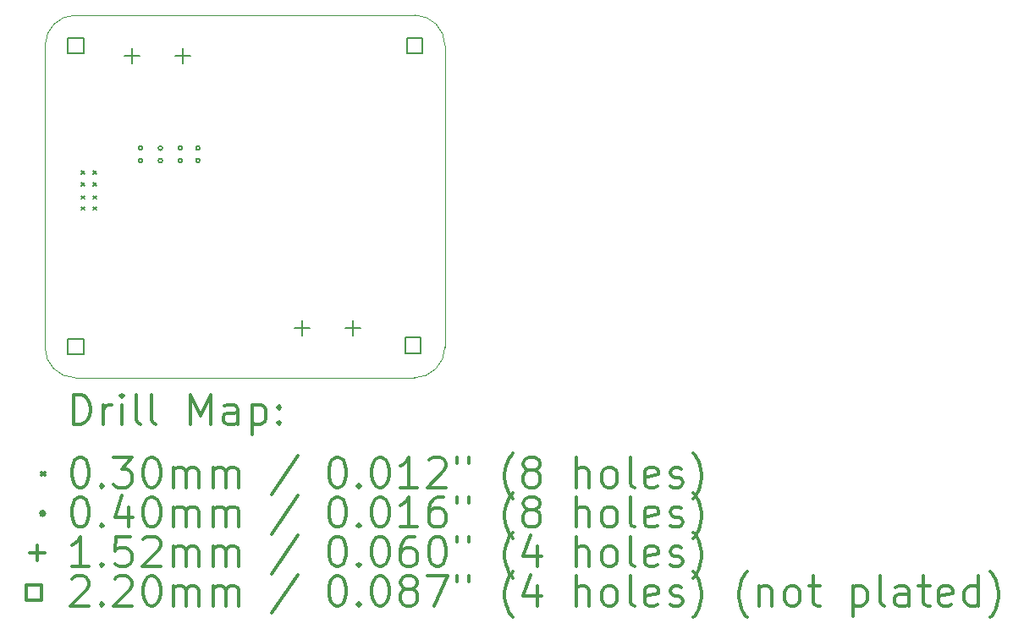
<source format=gbr>
%FSLAX45Y45*%
G04 Gerber Fmt 4.5, Leading zero omitted, Abs format (unit mm)*
G04 Created by KiCad (PCBNEW (5.1.5)-3) date 2020-11-29 18:49:34*
%MOMM*%
%LPD*%
G04 APERTURE LIST*
%TA.AperFunction,Profile*%
%ADD10C,0.050000*%
%TD*%
%ADD11C,0.200000*%
%ADD12C,0.300000*%
G04 APERTURE END LIST*
D10*
X23368000Y-6692900D02*
G75*
G02X23672800Y-6997700I0J-304800D01*
G01*
X23670700Y-10020200D02*
X23672800Y-6997700D01*
X23365900Y-10325000D02*
X19975000Y-10325000D01*
X19977100Y-6692900D02*
X23368000Y-6692900D01*
X23670700Y-10020200D02*
G75*
G02X23365900Y-10325000I-304800J0D01*
G01*
X19670200Y-10020200D02*
X19672300Y-6997700D01*
X19975000Y-10325000D02*
G75*
G02X19670200Y-10020200I0J304800D01*
G01*
X19672300Y-6997700D02*
G75*
G02X19977100Y-6692900I304800J0D01*
G01*
D11*
X20035500Y-8253500D02*
X20065500Y-8283500D01*
X20065500Y-8253500D02*
X20035500Y-8283500D01*
X20035500Y-8373500D02*
X20065500Y-8403500D01*
X20065500Y-8373500D02*
X20035500Y-8403500D01*
X20035500Y-8503500D02*
X20065500Y-8533500D01*
X20065500Y-8503500D02*
X20035500Y-8533500D01*
X20035500Y-8613500D02*
X20065500Y-8643500D01*
X20065500Y-8613500D02*
X20035500Y-8643500D01*
X20155500Y-8253500D02*
X20185500Y-8283500D01*
X20185500Y-8253500D02*
X20155500Y-8283500D01*
X20155500Y-8373500D02*
X20185500Y-8403500D01*
X20185500Y-8373500D02*
X20155500Y-8403500D01*
X20155500Y-8503500D02*
X20185500Y-8533500D01*
X20185500Y-8503500D02*
X20155500Y-8533500D01*
X20155500Y-8613500D02*
X20185500Y-8643500D01*
X20185500Y-8613500D02*
X20155500Y-8643500D01*
X20645000Y-8025000D02*
G75*
G03X20645000Y-8025000I-20000J0D01*
G01*
X20645000Y-8150000D02*
G75*
G03X20645000Y-8150000I-20000J0D01*
G01*
X20845000Y-8025000D02*
G75*
G03X20845000Y-8025000I-20000J0D01*
G01*
X20845000Y-8150000D02*
G75*
G03X20845000Y-8150000I-20000J0D01*
G01*
X21045000Y-8025000D02*
G75*
G03X21045000Y-8025000I-20000J0D01*
G01*
X21045000Y-8150000D02*
G75*
G03X21045000Y-8150000I-20000J0D01*
G01*
X21220000Y-8025000D02*
G75*
G03X21220000Y-8025000I-20000J0D01*
G01*
X21220000Y-8150000D02*
G75*
G03X21220000Y-8150000I-20000J0D01*
G01*
X22242000Y-9749000D02*
X22242000Y-9901000D01*
X22166000Y-9825000D02*
X22318000Y-9825000D01*
X22750000Y-9749000D02*
X22750000Y-9901000D01*
X22674000Y-9825000D02*
X22826000Y-9825000D01*
X20542000Y-7024000D02*
X20542000Y-7176000D01*
X20466000Y-7100000D02*
X20618000Y-7100000D01*
X21050000Y-7024000D02*
X21050000Y-7176000D01*
X20974000Y-7100000D02*
X21126000Y-7100000D01*
X20054883Y-7075482D02*
X20054883Y-6919917D01*
X19899318Y-6919917D01*
X19899318Y-7075482D01*
X20054883Y-7075482D01*
X20054883Y-10092083D02*
X20054883Y-9936518D01*
X19899318Y-9936518D01*
X19899318Y-10092083D01*
X20054883Y-10092083D01*
X23427782Y-10077783D02*
X23427782Y-9922218D01*
X23272217Y-9922218D01*
X23272217Y-10077783D01*
X23427782Y-10077783D01*
X23445782Y-7075482D02*
X23445782Y-6919917D01*
X23290217Y-6919917D01*
X23290217Y-7075482D01*
X23445782Y-7075482D01*
D12*
X19954128Y-10793214D02*
X19954128Y-10493214D01*
X20025557Y-10493214D01*
X20068414Y-10507500D01*
X20096986Y-10536072D01*
X20111271Y-10564643D01*
X20125557Y-10621786D01*
X20125557Y-10664643D01*
X20111271Y-10721786D01*
X20096986Y-10750357D01*
X20068414Y-10778929D01*
X20025557Y-10793214D01*
X19954128Y-10793214D01*
X20254128Y-10793214D02*
X20254128Y-10593214D01*
X20254128Y-10650357D02*
X20268414Y-10621786D01*
X20282700Y-10607500D01*
X20311271Y-10593214D01*
X20339843Y-10593214D01*
X20439843Y-10793214D02*
X20439843Y-10593214D01*
X20439843Y-10493214D02*
X20425557Y-10507500D01*
X20439843Y-10521786D01*
X20454128Y-10507500D01*
X20439843Y-10493214D01*
X20439843Y-10521786D01*
X20625557Y-10793214D02*
X20596986Y-10778929D01*
X20582700Y-10750357D01*
X20582700Y-10493214D01*
X20782700Y-10793214D02*
X20754128Y-10778929D01*
X20739843Y-10750357D01*
X20739843Y-10493214D01*
X21125557Y-10793214D02*
X21125557Y-10493214D01*
X21225557Y-10707500D01*
X21325557Y-10493214D01*
X21325557Y-10793214D01*
X21596986Y-10793214D02*
X21596986Y-10636072D01*
X21582700Y-10607500D01*
X21554128Y-10593214D01*
X21496986Y-10593214D01*
X21468414Y-10607500D01*
X21596986Y-10778929D02*
X21568414Y-10793214D01*
X21496986Y-10793214D01*
X21468414Y-10778929D01*
X21454128Y-10750357D01*
X21454128Y-10721786D01*
X21468414Y-10693214D01*
X21496986Y-10678929D01*
X21568414Y-10678929D01*
X21596986Y-10664643D01*
X21739843Y-10593214D02*
X21739843Y-10893214D01*
X21739843Y-10607500D02*
X21768414Y-10593214D01*
X21825557Y-10593214D01*
X21854128Y-10607500D01*
X21868414Y-10621786D01*
X21882700Y-10650357D01*
X21882700Y-10736072D01*
X21868414Y-10764643D01*
X21854128Y-10778929D01*
X21825557Y-10793214D01*
X21768414Y-10793214D01*
X21739843Y-10778929D01*
X22011271Y-10764643D02*
X22025557Y-10778929D01*
X22011271Y-10793214D01*
X21996986Y-10778929D01*
X22011271Y-10764643D01*
X22011271Y-10793214D01*
X22011271Y-10607500D02*
X22025557Y-10621786D01*
X22011271Y-10636072D01*
X21996986Y-10621786D01*
X22011271Y-10607500D01*
X22011271Y-10636072D01*
X19637700Y-11272500D02*
X19667700Y-11302500D01*
X19667700Y-11272500D02*
X19637700Y-11302500D01*
X20011271Y-11123214D02*
X20039843Y-11123214D01*
X20068414Y-11137500D01*
X20082700Y-11151786D01*
X20096986Y-11180357D01*
X20111271Y-11237500D01*
X20111271Y-11308929D01*
X20096986Y-11366071D01*
X20082700Y-11394643D01*
X20068414Y-11408929D01*
X20039843Y-11423214D01*
X20011271Y-11423214D01*
X19982700Y-11408929D01*
X19968414Y-11394643D01*
X19954128Y-11366071D01*
X19939843Y-11308929D01*
X19939843Y-11237500D01*
X19954128Y-11180357D01*
X19968414Y-11151786D01*
X19982700Y-11137500D01*
X20011271Y-11123214D01*
X20239843Y-11394643D02*
X20254128Y-11408929D01*
X20239843Y-11423214D01*
X20225557Y-11408929D01*
X20239843Y-11394643D01*
X20239843Y-11423214D01*
X20354128Y-11123214D02*
X20539843Y-11123214D01*
X20439843Y-11237500D01*
X20482700Y-11237500D01*
X20511271Y-11251786D01*
X20525557Y-11266071D01*
X20539843Y-11294643D01*
X20539843Y-11366071D01*
X20525557Y-11394643D01*
X20511271Y-11408929D01*
X20482700Y-11423214D01*
X20396986Y-11423214D01*
X20368414Y-11408929D01*
X20354128Y-11394643D01*
X20725557Y-11123214D02*
X20754128Y-11123214D01*
X20782700Y-11137500D01*
X20796986Y-11151786D01*
X20811271Y-11180357D01*
X20825557Y-11237500D01*
X20825557Y-11308929D01*
X20811271Y-11366071D01*
X20796986Y-11394643D01*
X20782700Y-11408929D01*
X20754128Y-11423214D01*
X20725557Y-11423214D01*
X20696986Y-11408929D01*
X20682700Y-11394643D01*
X20668414Y-11366071D01*
X20654128Y-11308929D01*
X20654128Y-11237500D01*
X20668414Y-11180357D01*
X20682700Y-11151786D01*
X20696986Y-11137500D01*
X20725557Y-11123214D01*
X20954128Y-11423214D02*
X20954128Y-11223214D01*
X20954128Y-11251786D02*
X20968414Y-11237500D01*
X20996986Y-11223214D01*
X21039843Y-11223214D01*
X21068414Y-11237500D01*
X21082700Y-11266071D01*
X21082700Y-11423214D01*
X21082700Y-11266071D02*
X21096986Y-11237500D01*
X21125557Y-11223214D01*
X21168414Y-11223214D01*
X21196986Y-11237500D01*
X21211271Y-11266071D01*
X21211271Y-11423214D01*
X21354128Y-11423214D02*
X21354128Y-11223214D01*
X21354128Y-11251786D02*
X21368414Y-11237500D01*
X21396986Y-11223214D01*
X21439843Y-11223214D01*
X21468414Y-11237500D01*
X21482700Y-11266071D01*
X21482700Y-11423214D01*
X21482700Y-11266071D02*
X21496986Y-11237500D01*
X21525557Y-11223214D01*
X21568414Y-11223214D01*
X21596986Y-11237500D01*
X21611271Y-11266071D01*
X21611271Y-11423214D01*
X22196986Y-11108929D02*
X21939843Y-11494643D01*
X22582700Y-11123214D02*
X22611271Y-11123214D01*
X22639843Y-11137500D01*
X22654128Y-11151786D01*
X22668414Y-11180357D01*
X22682700Y-11237500D01*
X22682700Y-11308929D01*
X22668414Y-11366071D01*
X22654128Y-11394643D01*
X22639843Y-11408929D01*
X22611271Y-11423214D01*
X22582700Y-11423214D01*
X22554128Y-11408929D01*
X22539843Y-11394643D01*
X22525557Y-11366071D01*
X22511271Y-11308929D01*
X22511271Y-11237500D01*
X22525557Y-11180357D01*
X22539843Y-11151786D01*
X22554128Y-11137500D01*
X22582700Y-11123214D01*
X22811271Y-11394643D02*
X22825557Y-11408929D01*
X22811271Y-11423214D01*
X22796986Y-11408929D01*
X22811271Y-11394643D01*
X22811271Y-11423214D01*
X23011271Y-11123214D02*
X23039843Y-11123214D01*
X23068414Y-11137500D01*
X23082700Y-11151786D01*
X23096986Y-11180357D01*
X23111271Y-11237500D01*
X23111271Y-11308929D01*
X23096986Y-11366071D01*
X23082700Y-11394643D01*
X23068414Y-11408929D01*
X23039843Y-11423214D01*
X23011271Y-11423214D01*
X22982700Y-11408929D01*
X22968414Y-11394643D01*
X22954128Y-11366071D01*
X22939843Y-11308929D01*
X22939843Y-11237500D01*
X22954128Y-11180357D01*
X22968414Y-11151786D01*
X22982700Y-11137500D01*
X23011271Y-11123214D01*
X23396986Y-11423214D02*
X23225557Y-11423214D01*
X23311271Y-11423214D02*
X23311271Y-11123214D01*
X23282700Y-11166072D01*
X23254128Y-11194643D01*
X23225557Y-11208929D01*
X23511271Y-11151786D02*
X23525557Y-11137500D01*
X23554128Y-11123214D01*
X23625557Y-11123214D01*
X23654128Y-11137500D01*
X23668414Y-11151786D01*
X23682700Y-11180357D01*
X23682700Y-11208929D01*
X23668414Y-11251786D01*
X23496986Y-11423214D01*
X23682700Y-11423214D01*
X23796986Y-11123214D02*
X23796986Y-11180357D01*
X23911271Y-11123214D02*
X23911271Y-11180357D01*
X24354128Y-11537500D02*
X24339843Y-11523214D01*
X24311271Y-11480357D01*
X24296986Y-11451786D01*
X24282700Y-11408929D01*
X24268414Y-11337500D01*
X24268414Y-11280357D01*
X24282700Y-11208929D01*
X24296986Y-11166072D01*
X24311271Y-11137500D01*
X24339843Y-11094643D01*
X24354128Y-11080357D01*
X24511271Y-11251786D02*
X24482700Y-11237500D01*
X24468414Y-11223214D01*
X24454128Y-11194643D01*
X24454128Y-11180357D01*
X24468414Y-11151786D01*
X24482700Y-11137500D01*
X24511271Y-11123214D01*
X24568414Y-11123214D01*
X24596986Y-11137500D01*
X24611271Y-11151786D01*
X24625557Y-11180357D01*
X24625557Y-11194643D01*
X24611271Y-11223214D01*
X24596986Y-11237500D01*
X24568414Y-11251786D01*
X24511271Y-11251786D01*
X24482700Y-11266071D01*
X24468414Y-11280357D01*
X24454128Y-11308929D01*
X24454128Y-11366071D01*
X24468414Y-11394643D01*
X24482700Y-11408929D01*
X24511271Y-11423214D01*
X24568414Y-11423214D01*
X24596986Y-11408929D01*
X24611271Y-11394643D01*
X24625557Y-11366071D01*
X24625557Y-11308929D01*
X24611271Y-11280357D01*
X24596986Y-11266071D01*
X24568414Y-11251786D01*
X24982700Y-11423214D02*
X24982700Y-11123214D01*
X25111271Y-11423214D02*
X25111271Y-11266071D01*
X25096986Y-11237500D01*
X25068414Y-11223214D01*
X25025557Y-11223214D01*
X24996986Y-11237500D01*
X24982700Y-11251786D01*
X25296986Y-11423214D02*
X25268414Y-11408929D01*
X25254128Y-11394643D01*
X25239843Y-11366071D01*
X25239843Y-11280357D01*
X25254128Y-11251786D01*
X25268414Y-11237500D01*
X25296986Y-11223214D01*
X25339843Y-11223214D01*
X25368414Y-11237500D01*
X25382700Y-11251786D01*
X25396986Y-11280357D01*
X25396986Y-11366071D01*
X25382700Y-11394643D01*
X25368414Y-11408929D01*
X25339843Y-11423214D01*
X25296986Y-11423214D01*
X25568414Y-11423214D02*
X25539843Y-11408929D01*
X25525557Y-11380357D01*
X25525557Y-11123214D01*
X25796986Y-11408929D02*
X25768414Y-11423214D01*
X25711271Y-11423214D01*
X25682700Y-11408929D01*
X25668414Y-11380357D01*
X25668414Y-11266071D01*
X25682700Y-11237500D01*
X25711271Y-11223214D01*
X25768414Y-11223214D01*
X25796986Y-11237500D01*
X25811271Y-11266071D01*
X25811271Y-11294643D01*
X25668414Y-11323214D01*
X25925557Y-11408929D02*
X25954128Y-11423214D01*
X26011271Y-11423214D01*
X26039843Y-11408929D01*
X26054128Y-11380357D01*
X26054128Y-11366071D01*
X26039843Y-11337500D01*
X26011271Y-11323214D01*
X25968414Y-11323214D01*
X25939843Y-11308929D01*
X25925557Y-11280357D01*
X25925557Y-11266071D01*
X25939843Y-11237500D01*
X25968414Y-11223214D01*
X26011271Y-11223214D01*
X26039843Y-11237500D01*
X26154128Y-11537500D02*
X26168414Y-11523214D01*
X26196986Y-11480357D01*
X26211271Y-11451786D01*
X26225557Y-11408929D01*
X26239843Y-11337500D01*
X26239843Y-11280357D01*
X26225557Y-11208929D01*
X26211271Y-11166072D01*
X26196986Y-11137500D01*
X26168414Y-11094643D01*
X26154128Y-11080357D01*
X19667700Y-11683500D02*
G75*
G03X19667700Y-11683500I-20000J0D01*
G01*
X20011271Y-11519214D02*
X20039843Y-11519214D01*
X20068414Y-11533500D01*
X20082700Y-11547786D01*
X20096986Y-11576357D01*
X20111271Y-11633500D01*
X20111271Y-11704929D01*
X20096986Y-11762071D01*
X20082700Y-11790643D01*
X20068414Y-11804929D01*
X20039843Y-11819214D01*
X20011271Y-11819214D01*
X19982700Y-11804929D01*
X19968414Y-11790643D01*
X19954128Y-11762071D01*
X19939843Y-11704929D01*
X19939843Y-11633500D01*
X19954128Y-11576357D01*
X19968414Y-11547786D01*
X19982700Y-11533500D01*
X20011271Y-11519214D01*
X20239843Y-11790643D02*
X20254128Y-11804929D01*
X20239843Y-11819214D01*
X20225557Y-11804929D01*
X20239843Y-11790643D01*
X20239843Y-11819214D01*
X20511271Y-11619214D02*
X20511271Y-11819214D01*
X20439843Y-11504929D02*
X20368414Y-11719214D01*
X20554128Y-11719214D01*
X20725557Y-11519214D02*
X20754128Y-11519214D01*
X20782700Y-11533500D01*
X20796986Y-11547786D01*
X20811271Y-11576357D01*
X20825557Y-11633500D01*
X20825557Y-11704929D01*
X20811271Y-11762071D01*
X20796986Y-11790643D01*
X20782700Y-11804929D01*
X20754128Y-11819214D01*
X20725557Y-11819214D01*
X20696986Y-11804929D01*
X20682700Y-11790643D01*
X20668414Y-11762071D01*
X20654128Y-11704929D01*
X20654128Y-11633500D01*
X20668414Y-11576357D01*
X20682700Y-11547786D01*
X20696986Y-11533500D01*
X20725557Y-11519214D01*
X20954128Y-11819214D02*
X20954128Y-11619214D01*
X20954128Y-11647786D02*
X20968414Y-11633500D01*
X20996986Y-11619214D01*
X21039843Y-11619214D01*
X21068414Y-11633500D01*
X21082700Y-11662071D01*
X21082700Y-11819214D01*
X21082700Y-11662071D02*
X21096986Y-11633500D01*
X21125557Y-11619214D01*
X21168414Y-11619214D01*
X21196986Y-11633500D01*
X21211271Y-11662071D01*
X21211271Y-11819214D01*
X21354128Y-11819214D02*
X21354128Y-11619214D01*
X21354128Y-11647786D02*
X21368414Y-11633500D01*
X21396986Y-11619214D01*
X21439843Y-11619214D01*
X21468414Y-11633500D01*
X21482700Y-11662071D01*
X21482700Y-11819214D01*
X21482700Y-11662071D02*
X21496986Y-11633500D01*
X21525557Y-11619214D01*
X21568414Y-11619214D01*
X21596986Y-11633500D01*
X21611271Y-11662071D01*
X21611271Y-11819214D01*
X22196986Y-11504929D02*
X21939843Y-11890643D01*
X22582700Y-11519214D02*
X22611271Y-11519214D01*
X22639843Y-11533500D01*
X22654128Y-11547786D01*
X22668414Y-11576357D01*
X22682700Y-11633500D01*
X22682700Y-11704929D01*
X22668414Y-11762071D01*
X22654128Y-11790643D01*
X22639843Y-11804929D01*
X22611271Y-11819214D01*
X22582700Y-11819214D01*
X22554128Y-11804929D01*
X22539843Y-11790643D01*
X22525557Y-11762071D01*
X22511271Y-11704929D01*
X22511271Y-11633500D01*
X22525557Y-11576357D01*
X22539843Y-11547786D01*
X22554128Y-11533500D01*
X22582700Y-11519214D01*
X22811271Y-11790643D02*
X22825557Y-11804929D01*
X22811271Y-11819214D01*
X22796986Y-11804929D01*
X22811271Y-11790643D01*
X22811271Y-11819214D01*
X23011271Y-11519214D02*
X23039843Y-11519214D01*
X23068414Y-11533500D01*
X23082700Y-11547786D01*
X23096986Y-11576357D01*
X23111271Y-11633500D01*
X23111271Y-11704929D01*
X23096986Y-11762071D01*
X23082700Y-11790643D01*
X23068414Y-11804929D01*
X23039843Y-11819214D01*
X23011271Y-11819214D01*
X22982700Y-11804929D01*
X22968414Y-11790643D01*
X22954128Y-11762071D01*
X22939843Y-11704929D01*
X22939843Y-11633500D01*
X22954128Y-11576357D01*
X22968414Y-11547786D01*
X22982700Y-11533500D01*
X23011271Y-11519214D01*
X23396986Y-11819214D02*
X23225557Y-11819214D01*
X23311271Y-11819214D02*
X23311271Y-11519214D01*
X23282700Y-11562071D01*
X23254128Y-11590643D01*
X23225557Y-11604929D01*
X23654128Y-11519214D02*
X23596986Y-11519214D01*
X23568414Y-11533500D01*
X23554128Y-11547786D01*
X23525557Y-11590643D01*
X23511271Y-11647786D01*
X23511271Y-11762071D01*
X23525557Y-11790643D01*
X23539843Y-11804929D01*
X23568414Y-11819214D01*
X23625557Y-11819214D01*
X23654128Y-11804929D01*
X23668414Y-11790643D01*
X23682700Y-11762071D01*
X23682700Y-11690643D01*
X23668414Y-11662071D01*
X23654128Y-11647786D01*
X23625557Y-11633500D01*
X23568414Y-11633500D01*
X23539843Y-11647786D01*
X23525557Y-11662071D01*
X23511271Y-11690643D01*
X23796986Y-11519214D02*
X23796986Y-11576357D01*
X23911271Y-11519214D02*
X23911271Y-11576357D01*
X24354128Y-11933500D02*
X24339843Y-11919214D01*
X24311271Y-11876357D01*
X24296986Y-11847786D01*
X24282700Y-11804929D01*
X24268414Y-11733500D01*
X24268414Y-11676357D01*
X24282700Y-11604929D01*
X24296986Y-11562071D01*
X24311271Y-11533500D01*
X24339843Y-11490643D01*
X24354128Y-11476357D01*
X24511271Y-11647786D02*
X24482700Y-11633500D01*
X24468414Y-11619214D01*
X24454128Y-11590643D01*
X24454128Y-11576357D01*
X24468414Y-11547786D01*
X24482700Y-11533500D01*
X24511271Y-11519214D01*
X24568414Y-11519214D01*
X24596986Y-11533500D01*
X24611271Y-11547786D01*
X24625557Y-11576357D01*
X24625557Y-11590643D01*
X24611271Y-11619214D01*
X24596986Y-11633500D01*
X24568414Y-11647786D01*
X24511271Y-11647786D01*
X24482700Y-11662071D01*
X24468414Y-11676357D01*
X24454128Y-11704929D01*
X24454128Y-11762071D01*
X24468414Y-11790643D01*
X24482700Y-11804929D01*
X24511271Y-11819214D01*
X24568414Y-11819214D01*
X24596986Y-11804929D01*
X24611271Y-11790643D01*
X24625557Y-11762071D01*
X24625557Y-11704929D01*
X24611271Y-11676357D01*
X24596986Y-11662071D01*
X24568414Y-11647786D01*
X24982700Y-11819214D02*
X24982700Y-11519214D01*
X25111271Y-11819214D02*
X25111271Y-11662071D01*
X25096986Y-11633500D01*
X25068414Y-11619214D01*
X25025557Y-11619214D01*
X24996986Y-11633500D01*
X24982700Y-11647786D01*
X25296986Y-11819214D02*
X25268414Y-11804929D01*
X25254128Y-11790643D01*
X25239843Y-11762071D01*
X25239843Y-11676357D01*
X25254128Y-11647786D01*
X25268414Y-11633500D01*
X25296986Y-11619214D01*
X25339843Y-11619214D01*
X25368414Y-11633500D01*
X25382700Y-11647786D01*
X25396986Y-11676357D01*
X25396986Y-11762071D01*
X25382700Y-11790643D01*
X25368414Y-11804929D01*
X25339843Y-11819214D01*
X25296986Y-11819214D01*
X25568414Y-11819214D02*
X25539843Y-11804929D01*
X25525557Y-11776357D01*
X25525557Y-11519214D01*
X25796986Y-11804929D02*
X25768414Y-11819214D01*
X25711271Y-11819214D01*
X25682700Y-11804929D01*
X25668414Y-11776357D01*
X25668414Y-11662071D01*
X25682700Y-11633500D01*
X25711271Y-11619214D01*
X25768414Y-11619214D01*
X25796986Y-11633500D01*
X25811271Y-11662071D01*
X25811271Y-11690643D01*
X25668414Y-11719214D01*
X25925557Y-11804929D02*
X25954128Y-11819214D01*
X26011271Y-11819214D01*
X26039843Y-11804929D01*
X26054128Y-11776357D01*
X26054128Y-11762071D01*
X26039843Y-11733500D01*
X26011271Y-11719214D01*
X25968414Y-11719214D01*
X25939843Y-11704929D01*
X25925557Y-11676357D01*
X25925557Y-11662071D01*
X25939843Y-11633500D01*
X25968414Y-11619214D01*
X26011271Y-11619214D01*
X26039843Y-11633500D01*
X26154128Y-11933500D02*
X26168414Y-11919214D01*
X26196986Y-11876357D01*
X26211271Y-11847786D01*
X26225557Y-11804929D01*
X26239843Y-11733500D01*
X26239843Y-11676357D01*
X26225557Y-11604929D01*
X26211271Y-11562071D01*
X26196986Y-11533500D01*
X26168414Y-11490643D01*
X26154128Y-11476357D01*
X19591700Y-12003500D02*
X19591700Y-12155500D01*
X19515700Y-12079500D02*
X19667700Y-12079500D01*
X20111271Y-12215214D02*
X19939843Y-12215214D01*
X20025557Y-12215214D02*
X20025557Y-11915214D01*
X19996986Y-11958071D01*
X19968414Y-11986643D01*
X19939843Y-12000929D01*
X20239843Y-12186643D02*
X20254128Y-12200929D01*
X20239843Y-12215214D01*
X20225557Y-12200929D01*
X20239843Y-12186643D01*
X20239843Y-12215214D01*
X20525557Y-11915214D02*
X20382700Y-11915214D01*
X20368414Y-12058071D01*
X20382700Y-12043786D01*
X20411271Y-12029500D01*
X20482700Y-12029500D01*
X20511271Y-12043786D01*
X20525557Y-12058071D01*
X20539843Y-12086643D01*
X20539843Y-12158071D01*
X20525557Y-12186643D01*
X20511271Y-12200929D01*
X20482700Y-12215214D01*
X20411271Y-12215214D01*
X20382700Y-12200929D01*
X20368414Y-12186643D01*
X20654128Y-11943786D02*
X20668414Y-11929500D01*
X20696986Y-11915214D01*
X20768414Y-11915214D01*
X20796986Y-11929500D01*
X20811271Y-11943786D01*
X20825557Y-11972357D01*
X20825557Y-12000929D01*
X20811271Y-12043786D01*
X20639843Y-12215214D01*
X20825557Y-12215214D01*
X20954128Y-12215214D02*
X20954128Y-12015214D01*
X20954128Y-12043786D02*
X20968414Y-12029500D01*
X20996986Y-12015214D01*
X21039843Y-12015214D01*
X21068414Y-12029500D01*
X21082700Y-12058071D01*
X21082700Y-12215214D01*
X21082700Y-12058071D02*
X21096986Y-12029500D01*
X21125557Y-12015214D01*
X21168414Y-12015214D01*
X21196986Y-12029500D01*
X21211271Y-12058071D01*
X21211271Y-12215214D01*
X21354128Y-12215214D02*
X21354128Y-12015214D01*
X21354128Y-12043786D02*
X21368414Y-12029500D01*
X21396986Y-12015214D01*
X21439843Y-12015214D01*
X21468414Y-12029500D01*
X21482700Y-12058071D01*
X21482700Y-12215214D01*
X21482700Y-12058071D02*
X21496986Y-12029500D01*
X21525557Y-12015214D01*
X21568414Y-12015214D01*
X21596986Y-12029500D01*
X21611271Y-12058071D01*
X21611271Y-12215214D01*
X22196986Y-11900929D02*
X21939843Y-12286643D01*
X22582700Y-11915214D02*
X22611271Y-11915214D01*
X22639843Y-11929500D01*
X22654128Y-11943786D01*
X22668414Y-11972357D01*
X22682700Y-12029500D01*
X22682700Y-12100929D01*
X22668414Y-12158071D01*
X22654128Y-12186643D01*
X22639843Y-12200929D01*
X22611271Y-12215214D01*
X22582700Y-12215214D01*
X22554128Y-12200929D01*
X22539843Y-12186643D01*
X22525557Y-12158071D01*
X22511271Y-12100929D01*
X22511271Y-12029500D01*
X22525557Y-11972357D01*
X22539843Y-11943786D01*
X22554128Y-11929500D01*
X22582700Y-11915214D01*
X22811271Y-12186643D02*
X22825557Y-12200929D01*
X22811271Y-12215214D01*
X22796986Y-12200929D01*
X22811271Y-12186643D01*
X22811271Y-12215214D01*
X23011271Y-11915214D02*
X23039843Y-11915214D01*
X23068414Y-11929500D01*
X23082700Y-11943786D01*
X23096986Y-11972357D01*
X23111271Y-12029500D01*
X23111271Y-12100929D01*
X23096986Y-12158071D01*
X23082700Y-12186643D01*
X23068414Y-12200929D01*
X23039843Y-12215214D01*
X23011271Y-12215214D01*
X22982700Y-12200929D01*
X22968414Y-12186643D01*
X22954128Y-12158071D01*
X22939843Y-12100929D01*
X22939843Y-12029500D01*
X22954128Y-11972357D01*
X22968414Y-11943786D01*
X22982700Y-11929500D01*
X23011271Y-11915214D01*
X23368414Y-11915214D02*
X23311271Y-11915214D01*
X23282700Y-11929500D01*
X23268414Y-11943786D01*
X23239843Y-11986643D01*
X23225557Y-12043786D01*
X23225557Y-12158071D01*
X23239843Y-12186643D01*
X23254128Y-12200929D01*
X23282700Y-12215214D01*
X23339843Y-12215214D01*
X23368414Y-12200929D01*
X23382700Y-12186643D01*
X23396986Y-12158071D01*
X23396986Y-12086643D01*
X23382700Y-12058071D01*
X23368414Y-12043786D01*
X23339843Y-12029500D01*
X23282700Y-12029500D01*
X23254128Y-12043786D01*
X23239843Y-12058071D01*
X23225557Y-12086643D01*
X23582700Y-11915214D02*
X23611271Y-11915214D01*
X23639843Y-11929500D01*
X23654128Y-11943786D01*
X23668414Y-11972357D01*
X23682700Y-12029500D01*
X23682700Y-12100929D01*
X23668414Y-12158071D01*
X23654128Y-12186643D01*
X23639843Y-12200929D01*
X23611271Y-12215214D01*
X23582700Y-12215214D01*
X23554128Y-12200929D01*
X23539843Y-12186643D01*
X23525557Y-12158071D01*
X23511271Y-12100929D01*
X23511271Y-12029500D01*
X23525557Y-11972357D01*
X23539843Y-11943786D01*
X23554128Y-11929500D01*
X23582700Y-11915214D01*
X23796986Y-11915214D02*
X23796986Y-11972357D01*
X23911271Y-11915214D02*
X23911271Y-11972357D01*
X24354128Y-12329500D02*
X24339843Y-12315214D01*
X24311271Y-12272357D01*
X24296986Y-12243786D01*
X24282700Y-12200929D01*
X24268414Y-12129500D01*
X24268414Y-12072357D01*
X24282700Y-12000929D01*
X24296986Y-11958071D01*
X24311271Y-11929500D01*
X24339843Y-11886643D01*
X24354128Y-11872357D01*
X24596986Y-12015214D02*
X24596986Y-12215214D01*
X24525557Y-11900929D02*
X24454128Y-12115214D01*
X24639843Y-12115214D01*
X24982700Y-12215214D02*
X24982700Y-11915214D01*
X25111271Y-12215214D02*
X25111271Y-12058071D01*
X25096986Y-12029500D01*
X25068414Y-12015214D01*
X25025557Y-12015214D01*
X24996986Y-12029500D01*
X24982700Y-12043786D01*
X25296986Y-12215214D02*
X25268414Y-12200929D01*
X25254128Y-12186643D01*
X25239843Y-12158071D01*
X25239843Y-12072357D01*
X25254128Y-12043786D01*
X25268414Y-12029500D01*
X25296986Y-12015214D01*
X25339843Y-12015214D01*
X25368414Y-12029500D01*
X25382700Y-12043786D01*
X25396986Y-12072357D01*
X25396986Y-12158071D01*
X25382700Y-12186643D01*
X25368414Y-12200929D01*
X25339843Y-12215214D01*
X25296986Y-12215214D01*
X25568414Y-12215214D02*
X25539843Y-12200929D01*
X25525557Y-12172357D01*
X25525557Y-11915214D01*
X25796986Y-12200929D02*
X25768414Y-12215214D01*
X25711271Y-12215214D01*
X25682700Y-12200929D01*
X25668414Y-12172357D01*
X25668414Y-12058071D01*
X25682700Y-12029500D01*
X25711271Y-12015214D01*
X25768414Y-12015214D01*
X25796986Y-12029500D01*
X25811271Y-12058071D01*
X25811271Y-12086643D01*
X25668414Y-12115214D01*
X25925557Y-12200929D02*
X25954128Y-12215214D01*
X26011271Y-12215214D01*
X26039843Y-12200929D01*
X26054128Y-12172357D01*
X26054128Y-12158071D01*
X26039843Y-12129500D01*
X26011271Y-12115214D01*
X25968414Y-12115214D01*
X25939843Y-12100929D01*
X25925557Y-12072357D01*
X25925557Y-12058071D01*
X25939843Y-12029500D01*
X25968414Y-12015214D01*
X26011271Y-12015214D01*
X26039843Y-12029500D01*
X26154128Y-12329500D02*
X26168414Y-12315214D01*
X26196986Y-12272357D01*
X26211271Y-12243786D01*
X26225557Y-12200929D01*
X26239843Y-12129500D01*
X26239843Y-12072357D01*
X26225557Y-12000929D01*
X26211271Y-11958071D01*
X26196986Y-11929500D01*
X26168414Y-11886643D01*
X26154128Y-11872357D01*
X19635482Y-12553283D02*
X19635482Y-12397718D01*
X19479917Y-12397718D01*
X19479917Y-12553283D01*
X19635482Y-12553283D01*
X19939843Y-12339786D02*
X19954128Y-12325500D01*
X19982700Y-12311214D01*
X20054128Y-12311214D01*
X20082700Y-12325500D01*
X20096986Y-12339786D01*
X20111271Y-12368357D01*
X20111271Y-12396929D01*
X20096986Y-12439786D01*
X19925557Y-12611214D01*
X20111271Y-12611214D01*
X20239843Y-12582643D02*
X20254128Y-12596929D01*
X20239843Y-12611214D01*
X20225557Y-12596929D01*
X20239843Y-12582643D01*
X20239843Y-12611214D01*
X20368414Y-12339786D02*
X20382700Y-12325500D01*
X20411271Y-12311214D01*
X20482700Y-12311214D01*
X20511271Y-12325500D01*
X20525557Y-12339786D01*
X20539843Y-12368357D01*
X20539843Y-12396929D01*
X20525557Y-12439786D01*
X20354128Y-12611214D01*
X20539843Y-12611214D01*
X20725557Y-12311214D02*
X20754128Y-12311214D01*
X20782700Y-12325500D01*
X20796986Y-12339786D01*
X20811271Y-12368357D01*
X20825557Y-12425500D01*
X20825557Y-12496929D01*
X20811271Y-12554071D01*
X20796986Y-12582643D01*
X20782700Y-12596929D01*
X20754128Y-12611214D01*
X20725557Y-12611214D01*
X20696986Y-12596929D01*
X20682700Y-12582643D01*
X20668414Y-12554071D01*
X20654128Y-12496929D01*
X20654128Y-12425500D01*
X20668414Y-12368357D01*
X20682700Y-12339786D01*
X20696986Y-12325500D01*
X20725557Y-12311214D01*
X20954128Y-12611214D02*
X20954128Y-12411214D01*
X20954128Y-12439786D02*
X20968414Y-12425500D01*
X20996986Y-12411214D01*
X21039843Y-12411214D01*
X21068414Y-12425500D01*
X21082700Y-12454071D01*
X21082700Y-12611214D01*
X21082700Y-12454071D02*
X21096986Y-12425500D01*
X21125557Y-12411214D01*
X21168414Y-12411214D01*
X21196986Y-12425500D01*
X21211271Y-12454071D01*
X21211271Y-12611214D01*
X21354128Y-12611214D02*
X21354128Y-12411214D01*
X21354128Y-12439786D02*
X21368414Y-12425500D01*
X21396986Y-12411214D01*
X21439843Y-12411214D01*
X21468414Y-12425500D01*
X21482700Y-12454071D01*
X21482700Y-12611214D01*
X21482700Y-12454071D02*
X21496986Y-12425500D01*
X21525557Y-12411214D01*
X21568414Y-12411214D01*
X21596986Y-12425500D01*
X21611271Y-12454071D01*
X21611271Y-12611214D01*
X22196986Y-12296929D02*
X21939843Y-12682643D01*
X22582700Y-12311214D02*
X22611271Y-12311214D01*
X22639843Y-12325500D01*
X22654128Y-12339786D01*
X22668414Y-12368357D01*
X22682700Y-12425500D01*
X22682700Y-12496929D01*
X22668414Y-12554071D01*
X22654128Y-12582643D01*
X22639843Y-12596929D01*
X22611271Y-12611214D01*
X22582700Y-12611214D01*
X22554128Y-12596929D01*
X22539843Y-12582643D01*
X22525557Y-12554071D01*
X22511271Y-12496929D01*
X22511271Y-12425500D01*
X22525557Y-12368357D01*
X22539843Y-12339786D01*
X22554128Y-12325500D01*
X22582700Y-12311214D01*
X22811271Y-12582643D02*
X22825557Y-12596929D01*
X22811271Y-12611214D01*
X22796986Y-12596929D01*
X22811271Y-12582643D01*
X22811271Y-12611214D01*
X23011271Y-12311214D02*
X23039843Y-12311214D01*
X23068414Y-12325500D01*
X23082700Y-12339786D01*
X23096986Y-12368357D01*
X23111271Y-12425500D01*
X23111271Y-12496929D01*
X23096986Y-12554071D01*
X23082700Y-12582643D01*
X23068414Y-12596929D01*
X23039843Y-12611214D01*
X23011271Y-12611214D01*
X22982700Y-12596929D01*
X22968414Y-12582643D01*
X22954128Y-12554071D01*
X22939843Y-12496929D01*
X22939843Y-12425500D01*
X22954128Y-12368357D01*
X22968414Y-12339786D01*
X22982700Y-12325500D01*
X23011271Y-12311214D01*
X23282700Y-12439786D02*
X23254128Y-12425500D01*
X23239843Y-12411214D01*
X23225557Y-12382643D01*
X23225557Y-12368357D01*
X23239843Y-12339786D01*
X23254128Y-12325500D01*
X23282700Y-12311214D01*
X23339843Y-12311214D01*
X23368414Y-12325500D01*
X23382700Y-12339786D01*
X23396986Y-12368357D01*
X23396986Y-12382643D01*
X23382700Y-12411214D01*
X23368414Y-12425500D01*
X23339843Y-12439786D01*
X23282700Y-12439786D01*
X23254128Y-12454071D01*
X23239843Y-12468357D01*
X23225557Y-12496929D01*
X23225557Y-12554071D01*
X23239843Y-12582643D01*
X23254128Y-12596929D01*
X23282700Y-12611214D01*
X23339843Y-12611214D01*
X23368414Y-12596929D01*
X23382700Y-12582643D01*
X23396986Y-12554071D01*
X23396986Y-12496929D01*
X23382700Y-12468357D01*
X23368414Y-12454071D01*
X23339843Y-12439786D01*
X23496986Y-12311214D02*
X23696986Y-12311214D01*
X23568414Y-12611214D01*
X23796986Y-12311214D02*
X23796986Y-12368357D01*
X23911271Y-12311214D02*
X23911271Y-12368357D01*
X24354128Y-12725500D02*
X24339843Y-12711214D01*
X24311271Y-12668357D01*
X24296986Y-12639786D01*
X24282700Y-12596929D01*
X24268414Y-12525500D01*
X24268414Y-12468357D01*
X24282700Y-12396929D01*
X24296986Y-12354071D01*
X24311271Y-12325500D01*
X24339843Y-12282643D01*
X24354128Y-12268357D01*
X24596986Y-12411214D02*
X24596986Y-12611214D01*
X24525557Y-12296929D02*
X24454128Y-12511214D01*
X24639843Y-12511214D01*
X24982700Y-12611214D02*
X24982700Y-12311214D01*
X25111271Y-12611214D02*
X25111271Y-12454071D01*
X25096986Y-12425500D01*
X25068414Y-12411214D01*
X25025557Y-12411214D01*
X24996986Y-12425500D01*
X24982700Y-12439786D01*
X25296986Y-12611214D02*
X25268414Y-12596929D01*
X25254128Y-12582643D01*
X25239843Y-12554071D01*
X25239843Y-12468357D01*
X25254128Y-12439786D01*
X25268414Y-12425500D01*
X25296986Y-12411214D01*
X25339843Y-12411214D01*
X25368414Y-12425500D01*
X25382700Y-12439786D01*
X25396986Y-12468357D01*
X25396986Y-12554071D01*
X25382700Y-12582643D01*
X25368414Y-12596929D01*
X25339843Y-12611214D01*
X25296986Y-12611214D01*
X25568414Y-12611214D02*
X25539843Y-12596929D01*
X25525557Y-12568357D01*
X25525557Y-12311214D01*
X25796986Y-12596929D02*
X25768414Y-12611214D01*
X25711271Y-12611214D01*
X25682700Y-12596929D01*
X25668414Y-12568357D01*
X25668414Y-12454071D01*
X25682700Y-12425500D01*
X25711271Y-12411214D01*
X25768414Y-12411214D01*
X25796986Y-12425500D01*
X25811271Y-12454071D01*
X25811271Y-12482643D01*
X25668414Y-12511214D01*
X25925557Y-12596929D02*
X25954128Y-12611214D01*
X26011271Y-12611214D01*
X26039843Y-12596929D01*
X26054128Y-12568357D01*
X26054128Y-12554071D01*
X26039843Y-12525500D01*
X26011271Y-12511214D01*
X25968414Y-12511214D01*
X25939843Y-12496929D01*
X25925557Y-12468357D01*
X25925557Y-12454071D01*
X25939843Y-12425500D01*
X25968414Y-12411214D01*
X26011271Y-12411214D01*
X26039843Y-12425500D01*
X26154128Y-12725500D02*
X26168414Y-12711214D01*
X26196986Y-12668357D01*
X26211271Y-12639786D01*
X26225557Y-12596929D01*
X26239843Y-12525500D01*
X26239843Y-12468357D01*
X26225557Y-12396929D01*
X26211271Y-12354071D01*
X26196986Y-12325500D01*
X26168414Y-12282643D01*
X26154128Y-12268357D01*
X26696986Y-12725500D02*
X26682700Y-12711214D01*
X26654128Y-12668357D01*
X26639843Y-12639786D01*
X26625557Y-12596929D01*
X26611271Y-12525500D01*
X26611271Y-12468357D01*
X26625557Y-12396929D01*
X26639843Y-12354071D01*
X26654128Y-12325500D01*
X26682700Y-12282643D01*
X26696986Y-12268357D01*
X26811271Y-12411214D02*
X26811271Y-12611214D01*
X26811271Y-12439786D02*
X26825557Y-12425500D01*
X26854128Y-12411214D01*
X26896986Y-12411214D01*
X26925557Y-12425500D01*
X26939843Y-12454071D01*
X26939843Y-12611214D01*
X27125557Y-12611214D02*
X27096986Y-12596929D01*
X27082700Y-12582643D01*
X27068414Y-12554071D01*
X27068414Y-12468357D01*
X27082700Y-12439786D01*
X27096986Y-12425500D01*
X27125557Y-12411214D01*
X27168414Y-12411214D01*
X27196986Y-12425500D01*
X27211271Y-12439786D01*
X27225557Y-12468357D01*
X27225557Y-12554071D01*
X27211271Y-12582643D01*
X27196986Y-12596929D01*
X27168414Y-12611214D01*
X27125557Y-12611214D01*
X27311271Y-12411214D02*
X27425557Y-12411214D01*
X27354128Y-12311214D02*
X27354128Y-12568357D01*
X27368414Y-12596929D01*
X27396986Y-12611214D01*
X27425557Y-12611214D01*
X27754128Y-12411214D02*
X27754128Y-12711214D01*
X27754128Y-12425500D02*
X27782700Y-12411214D01*
X27839843Y-12411214D01*
X27868414Y-12425500D01*
X27882700Y-12439786D01*
X27896986Y-12468357D01*
X27896986Y-12554071D01*
X27882700Y-12582643D01*
X27868414Y-12596929D01*
X27839843Y-12611214D01*
X27782700Y-12611214D01*
X27754128Y-12596929D01*
X28068414Y-12611214D02*
X28039843Y-12596929D01*
X28025557Y-12568357D01*
X28025557Y-12311214D01*
X28311271Y-12611214D02*
X28311271Y-12454071D01*
X28296986Y-12425500D01*
X28268414Y-12411214D01*
X28211271Y-12411214D01*
X28182700Y-12425500D01*
X28311271Y-12596929D02*
X28282700Y-12611214D01*
X28211271Y-12611214D01*
X28182700Y-12596929D01*
X28168414Y-12568357D01*
X28168414Y-12539786D01*
X28182700Y-12511214D01*
X28211271Y-12496929D01*
X28282700Y-12496929D01*
X28311271Y-12482643D01*
X28411271Y-12411214D02*
X28525557Y-12411214D01*
X28454128Y-12311214D02*
X28454128Y-12568357D01*
X28468414Y-12596929D01*
X28496986Y-12611214D01*
X28525557Y-12611214D01*
X28739843Y-12596929D02*
X28711271Y-12611214D01*
X28654128Y-12611214D01*
X28625557Y-12596929D01*
X28611271Y-12568357D01*
X28611271Y-12454071D01*
X28625557Y-12425500D01*
X28654128Y-12411214D01*
X28711271Y-12411214D01*
X28739843Y-12425500D01*
X28754128Y-12454071D01*
X28754128Y-12482643D01*
X28611271Y-12511214D01*
X29011271Y-12611214D02*
X29011271Y-12311214D01*
X29011271Y-12596929D02*
X28982700Y-12611214D01*
X28925557Y-12611214D01*
X28896986Y-12596929D01*
X28882700Y-12582643D01*
X28868414Y-12554071D01*
X28868414Y-12468357D01*
X28882700Y-12439786D01*
X28896986Y-12425500D01*
X28925557Y-12411214D01*
X28982700Y-12411214D01*
X29011271Y-12425500D01*
X29125557Y-12725500D02*
X29139843Y-12711214D01*
X29168414Y-12668357D01*
X29182700Y-12639786D01*
X29196986Y-12596929D01*
X29211271Y-12525500D01*
X29211271Y-12468357D01*
X29196986Y-12396929D01*
X29182700Y-12354071D01*
X29168414Y-12325500D01*
X29139843Y-12282643D01*
X29125557Y-12268357D01*
M02*

</source>
